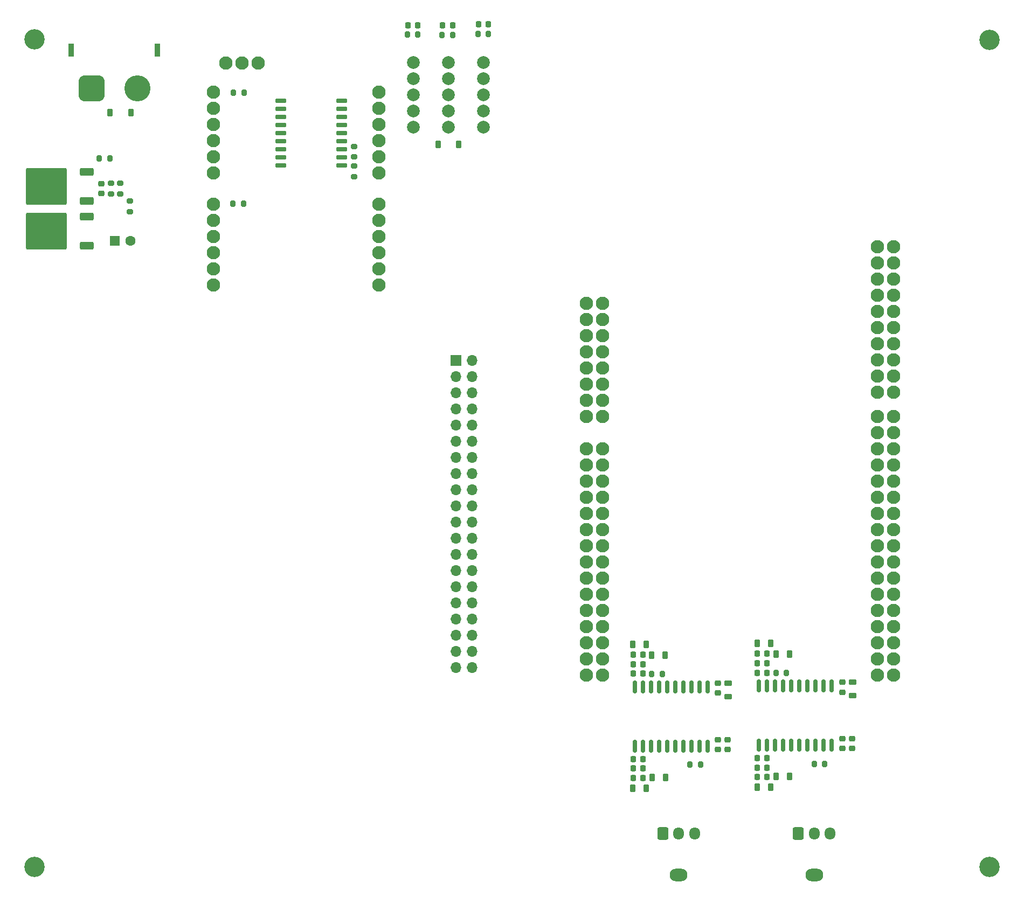
<source format=gbr>
%TF.GenerationSoftware,KiCad,Pcbnew,7.0.11*%
%TF.CreationDate,2025-03-20T11:18:49+09:00*%
%TF.ProjectId,RDC_Humanoid_Logic,5244435f-4875-46d6-916e-6f69645f4c6f,rev?*%
%TF.SameCoordinates,Original*%
%TF.FileFunction,Soldermask,Top*%
%TF.FilePolarity,Negative*%
%FSLAX46Y46*%
G04 Gerber Fmt 4.6, Leading zero omitted, Abs format (unit mm)*
G04 Created by KiCad (PCBNEW 7.0.11) date 2025-03-20 11:18:49*
%MOMM*%
%LPD*%
G01*
G04 APERTURE LIST*
G04 Aperture macros list*
%AMRoundRect*
0 Rectangle with rounded corners*
0 $1 Rounding radius*
0 $2 $3 $4 $5 $6 $7 $8 $9 X,Y pos of 4 corners*
0 Add a 4 corners polygon primitive as box body*
4,1,4,$2,$3,$4,$5,$6,$7,$8,$9,$2,$3,0*
0 Add four circle primitives for the rounded corners*
1,1,$1+$1,$2,$3*
1,1,$1+$1,$4,$5*
1,1,$1+$1,$6,$7*
1,1,$1+$1,$8,$9*
0 Add four rect primitives between the rounded corners*
20,1,$1+$1,$2,$3,$4,$5,0*
20,1,$1+$1,$4,$5,$6,$7,0*
20,1,$1+$1,$6,$7,$8,$9,0*
20,1,$1+$1,$8,$9,$2,$3,0*%
G04 Aperture macros list end*
%ADD10C,2.100000*%
%ADD11RoundRect,0.200000X-0.275000X0.200000X-0.275000X-0.200000X0.275000X-0.200000X0.275000X0.200000X0*%
%ADD12RoundRect,0.225000X-0.250000X0.225000X-0.250000X-0.225000X0.250000X-0.225000X0.250000X0.225000X0*%
%ADD13O,2.800000X2.000000*%
%ADD14RoundRect,0.250000X-0.600000X-0.725000X0.600000X-0.725000X0.600000X0.725000X-0.600000X0.725000X0*%
%ADD15O,1.700000X1.950000*%
%ADD16RoundRect,0.225000X0.225000X0.250000X-0.225000X0.250000X-0.225000X-0.250000X0.225000X-0.250000X0*%
%ADD17C,2.000000*%
%ADD18RoundRect,0.200000X0.200000X0.275000X-0.200000X0.275000X-0.200000X-0.275000X0.200000X-0.275000X0*%
%ADD19RoundRect,0.218750X-0.218750X-0.256250X0.218750X-0.256250X0.218750X0.256250X-0.218750X0.256250X0*%
%ADD20RoundRect,0.225000X-0.225000X-0.375000X0.225000X-0.375000X0.225000X0.375000X-0.225000X0.375000X0*%
%ADD21RoundRect,0.225000X0.250000X-0.225000X0.250000X0.225000X-0.250000X0.225000X-0.250000X-0.225000X0*%
%ADD22R,1.700000X1.700000*%
%ADD23O,1.700000X1.700000*%
%ADD24RoundRect,0.250000X0.850000X0.350000X-0.850000X0.350000X-0.850000X-0.350000X0.850000X-0.350000X0*%
%ADD25RoundRect,0.249997X2.950003X2.650003X-2.950003X2.650003X-2.950003X-2.650003X2.950003X-2.650003X0*%
%ADD26RoundRect,0.218750X0.381250X-0.218750X0.381250X0.218750X-0.381250X0.218750X-0.381250X-0.218750X0*%
%ADD27RoundRect,0.218750X0.218750X0.381250X-0.218750X0.381250X-0.218750X-0.381250X0.218750X-0.381250X0*%
%ADD28RoundRect,0.150000X-0.150000X0.875000X-0.150000X-0.875000X0.150000X-0.875000X0.150000X0.875000X0*%
%ADD29C,3.200000*%
%ADD30RoundRect,0.200000X-0.200000X-0.275000X0.200000X-0.275000X0.200000X0.275000X-0.200000X0.275000X0*%
%ADD31RoundRect,0.200000X0.275000X-0.200000X0.275000X0.200000X-0.275000X0.200000X-0.275000X-0.200000X0*%
%ADD32RoundRect,0.218750X-0.218750X-0.381250X0.218750X-0.381250X0.218750X0.381250X-0.218750X0.381250X0*%
%ADD33RoundRect,0.150000X0.725000X0.150000X-0.725000X0.150000X-0.725000X-0.150000X0.725000X-0.150000X0*%
%ADD34R,1.600000X1.600000*%
%ADD35C,1.600000*%
%ADD36R,0.900000X2.000000*%
%ADD37RoundRect,1.025000X-1.025000X-1.025000X1.025000X-1.025000X1.025000X1.025000X-1.025000X1.025000X0*%
%ADD38C,4.100000*%
%ADD39RoundRect,0.225000X0.225000X0.375000X-0.225000X0.375000X-0.225000X-0.375000X0.225000X-0.375000X0*%
G04 APERTURE END LIST*
D10*
%TO.C,U3*%
X157740000Y-69220000D03*
X160280000Y-69220000D03*
X157740000Y-71760000D03*
X160280000Y-71760000D03*
X157740000Y-74300000D03*
X160280000Y-74300000D03*
X157740000Y-76840000D03*
X160280000Y-76840000D03*
X157740000Y-79380000D03*
X160280000Y-79380000D03*
X157740000Y-81920000D03*
X160280000Y-81920000D03*
X157740000Y-84460000D03*
X160280000Y-84460000D03*
X157740000Y-87000000D03*
X160280000Y-87000000D03*
X157740000Y-92080000D03*
X160280000Y-92080000D03*
X157740000Y-94620000D03*
X160280000Y-94620000D03*
X157740000Y-97160000D03*
X160280000Y-97160000D03*
X157740000Y-99700000D03*
X160280000Y-99700000D03*
X157740000Y-102240000D03*
X160280000Y-102240000D03*
X157740000Y-104780000D03*
X160280000Y-104780000D03*
X157740000Y-107320000D03*
X160280000Y-107320000D03*
X157740000Y-109860000D03*
X160280000Y-109860000D03*
X157740000Y-112400000D03*
X160280000Y-112400000D03*
X157740000Y-114940000D03*
X160280000Y-114940000D03*
X157740000Y-117480000D03*
X160280000Y-117480000D03*
X157740000Y-120020000D03*
X160280000Y-120020000D03*
X157740000Y-122560000D03*
X160280000Y-122560000D03*
X157740000Y-125100000D03*
X160280000Y-125100000D03*
X157740000Y-127640000D03*
X160280000Y-127640000D03*
X203460000Y-60330000D03*
X206000000Y-60330000D03*
X203460000Y-62870000D03*
X206000000Y-62870000D03*
X203460000Y-65410000D03*
X206000000Y-65410000D03*
X203460000Y-67950000D03*
X206000000Y-67950000D03*
X203460000Y-70490000D03*
X206000000Y-70490000D03*
X203460000Y-73030000D03*
X206000000Y-73030000D03*
X203460000Y-75570000D03*
X206000000Y-75570000D03*
X203460000Y-78110000D03*
X206000000Y-78110000D03*
X203460000Y-80650000D03*
X206000000Y-80650000D03*
X203460000Y-83190000D03*
X206000000Y-83190000D03*
X203460000Y-87000000D03*
X206000000Y-87000000D03*
X203460000Y-89540000D03*
X206000000Y-89540000D03*
X203460000Y-92080000D03*
X206000000Y-92080000D03*
X203460000Y-94620000D03*
X206000000Y-94620000D03*
X203460000Y-97160000D03*
X206000000Y-97160000D03*
X203460000Y-99700000D03*
X206000000Y-99700000D03*
X203460000Y-102240000D03*
X206000000Y-102240000D03*
X203460000Y-104780000D03*
X206000000Y-104780000D03*
X203460000Y-107320000D03*
X206000000Y-107320000D03*
X203460000Y-109860000D03*
X206000000Y-109860000D03*
X203460000Y-112400000D03*
X206000000Y-112400000D03*
X203460000Y-114940000D03*
X206000000Y-114940000D03*
X203460000Y-117480000D03*
X206000000Y-117480000D03*
X203460000Y-120020000D03*
X206000000Y-120020000D03*
X203460000Y-122560000D03*
X206000000Y-122560000D03*
X203460000Y-125100000D03*
X206000000Y-125100000D03*
X203460000Y-127640000D03*
X206000000Y-127640000D03*
%TD*%
D11*
%TO.C,R15*%
X83000000Y-50375000D03*
X83000000Y-52025000D03*
%TD*%
D12*
%TO.C,C15*%
X197900000Y-128800000D03*
X197900000Y-130350000D03*
%TD*%
D13*
%TO.C,J3*%
X193500000Y-159100000D03*
D14*
X191000000Y-152600000D03*
D15*
X193500000Y-152600000D03*
X196000000Y-152600000D03*
%TD*%
D16*
%TO.C,C5*%
X166575000Y-127450000D03*
X165025000Y-127450000D03*
%TD*%
D10*
%TO.C,for_PG1*%
X101060000Y-31500000D03*
X103600000Y-31500000D03*
X106140000Y-31500000D03*
%TD*%
D16*
%TO.C,C4*%
X166575000Y-125950000D03*
X165025000Y-125950000D03*
%TD*%
D17*
%TO.C,SW1*%
X130525000Y-41555000D03*
X130525000Y-31395000D03*
X130525000Y-39015000D03*
X130525000Y-36475000D03*
X130525000Y-33935000D03*
%TD*%
D18*
%TO.C,R3*%
X169621200Y-127457200D03*
X167971200Y-127457200D03*
%TD*%
D19*
%TO.C,D4*%
X135100000Y-25557500D03*
X136675000Y-25557500D03*
%TD*%
%TO.C,D2*%
X129637500Y-25531250D03*
X131212500Y-25531250D03*
%TD*%
D18*
%TO.C,R14*%
X103825000Y-53600000D03*
X102175000Y-53600000D03*
%TD*%
D20*
%TO.C,D5*%
X134375000Y-44275000D03*
X137675000Y-44275000D03*
%TD*%
D17*
%TO.C,SW3*%
X141525000Y-41595000D03*
X141525000Y-31435000D03*
X141525000Y-39055000D03*
X141525000Y-36515000D03*
X141525000Y-33975000D03*
%TD*%
D16*
%TO.C,C12*%
X186075000Y-124300000D03*
X184525000Y-124300000D03*
%TD*%
D21*
%TO.C,C7*%
X178400000Y-139350000D03*
X178400000Y-137800000D03*
%TD*%
D12*
%TO.C,C6*%
X178400000Y-128950000D03*
X178400000Y-130500000D03*
%TD*%
D21*
%TO.C,C16*%
X197900000Y-139200000D03*
X197900000Y-137650000D03*
%TD*%
D22*
%TO.C,J4*%
X137237500Y-78205000D03*
D23*
X139777500Y-78205000D03*
X137237500Y-80745000D03*
X139777500Y-80745000D03*
X137237500Y-83285000D03*
X139777500Y-83285000D03*
X137237500Y-85825000D03*
X139777500Y-85825000D03*
X137237500Y-88365000D03*
X139777500Y-88365000D03*
X137237500Y-90905000D03*
X139777500Y-90905000D03*
X137237500Y-93445000D03*
X139777500Y-93445000D03*
X137237500Y-95985000D03*
X139777500Y-95985000D03*
X137237500Y-98525000D03*
X139777500Y-98525000D03*
X137237500Y-101065000D03*
X139777500Y-101065000D03*
X137237500Y-103605000D03*
X139777500Y-103605000D03*
X137237500Y-106145000D03*
X139777500Y-106145000D03*
X137237500Y-108685000D03*
X139777500Y-108685000D03*
X137237500Y-111225000D03*
X139777500Y-111225000D03*
X137237500Y-113765000D03*
X139777500Y-113765000D03*
X137237500Y-116305000D03*
X139777500Y-116305000D03*
X137237500Y-118845000D03*
X139777500Y-118845000D03*
X137237500Y-121385000D03*
X139777500Y-121385000D03*
X137237500Y-123925000D03*
X139777500Y-123925000D03*
X137237500Y-126465000D03*
X139777500Y-126465000D03*
%TD*%
D19*
%TO.C,D3*%
X140732500Y-25400000D03*
X142307500Y-25400000D03*
%TD*%
D24*
%TO.C,Q2*%
X79200000Y-60180000D03*
D25*
X72900000Y-57900000D03*
D24*
X79200000Y-55620000D03*
%TD*%
D26*
%TO.C,FB3*%
X180000000Y-131050000D03*
X180000000Y-128925000D03*
%TD*%
D13*
%TO.C,J2*%
X172200000Y-159100000D03*
D14*
X169700000Y-152600000D03*
D15*
X172200000Y-152600000D03*
X174700000Y-152600000D03*
%TD*%
D12*
%TO.C,C2*%
X81500000Y-50425000D03*
X81500000Y-51975000D03*
%TD*%
D27*
%TO.C,FB7*%
X189625000Y-124400000D03*
X187500000Y-124400000D03*
%TD*%
D26*
%TO.C,FB8*%
X199500000Y-130900000D03*
X199500000Y-128775000D03*
%TD*%
D11*
%TO.C,R7*%
X121200000Y-47675000D03*
X121200000Y-49325000D03*
%TD*%
D18*
%TO.C,R4*%
X175625000Y-141750000D03*
X173975000Y-141750000D03*
%TD*%
D28*
%TO.C,U1*%
X176715000Y-129500000D03*
X175445000Y-129500000D03*
X174175000Y-129500000D03*
X172905000Y-129500000D03*
X171635000Y-129500000D03*
X170365000Y-129500000D03*
X169095000Y-129500000D03*
X167825000Y-129500000D03*
X166555000Y-129500000D03*
X165285000Y-129500000D03*
X165285000Y-138800000D03*
X166555000Y-138800000D03*
X167825000Y-138800000D03*
X169095000Y-138800000D03*
X170365000Y-138800000D03*
X171635000Y-138800000D03*
X172905000Y-138800000D03*
X174175000Y-138800000D03*
X175445000Y-138800000D03*
X176715000Y-138800000D03*
%TD*%
D10*
%TO.C,to_STM1*%
X99120000Y-36050000D03*
X99120000Y-38590000D03*
X99120000Y-41130000D03*
X99120000Y-43670000D03*
X99120000Y-46210000D03*
X99120000Y-48750000D03*
X125080000Y-48750000D03*
X125080000Y-46210000D03*
X125080000Y-43670000D03*
X125080000Y-41130000D03*
X125080000Y-38590000D03*
X125080000Y-36050000D03*
%TD*%
D21*
%TO.C,C18*%
X199400000Y-139200000D03*
X199400000Y-137650000D03*
%TD*%
D29*
%TO.C,H1*%
X71042500Y-27760000D03*
%TD*%
D30*
%TO.C,R10*%
X140675000Y-26900000D03*
X142325000Y-26900000D03*
%TD*%
D10*
%TO.C,to_RPI1*%
X99120000Y-53650000D03*
X99120000Y-56190000D03*
X99120000Y-58730000D03*
X99120000Y-61270000D03*
X99120000Y-63810000D03*
X99120000Y-66350000D03*
X125080000Y-66350000D03*
X125080000Y-63810000D03*
X125080000Y-61270000D03*
X125080000Y-58730000D03*
X125080000Y-56190000D03*
X125080000Y-53650000D03*
%TD*%
D16*
%TO.C,C20*%
X186075000Y-143700000D03*
X184525000Y-143700000D03*
%TD*%
D31*
%TO.C,R12*%
X86000000Y-54825000D03*
X86000000Y-53175000D03*
%TD*%
D16*
%TO.C,C10*%
X166575000Y-142350000D03*
X165025000Y-142350000D03*
%TD*%
D30*
%TO.C,R1*%
X81175000Y-46500000D03*
X82825000Y-46500000D03*
%TD*%
D32*
%TO.C,FB5*%
X165000000Y-145450000D03*
X167125000Y-145450000D03*
%TD*%
D16*
%TO.C,C14*%
X186075000Y-127300000D03*
X184525000Y-127300000D03*
%TD*%
D27*
%TO.C,FB6*%
X186625000Y-122700000D03*
X184500000Y-122700000D03*
%TD*%
D32*
%TO.C,FB10*%
X184500000Y-145300000D03*
X186625000Y-145300000D03*
%TD*%
%TO.C,FB4*%
X168000000Y-143750000D03*
X170125000Y-143750000D03*
%TD*%
D24*
%TO.C,Q1*%
X79200000Y-53180000D03*
D25*
X72900000Y-50900000D03*
D24*
X79200000Y-48620000D03*
%TD*%
D21*
%TO.C,C9*%
X179900000Y-139350000D03*
X179900000Y-137800000D03*
%TD*%
D16*
%TO.C,C17*%
X186075000Y-140700000D03*
X184525000Y-140700000D03*
%TD*%
%TO.C,C8*%
X166575000Y-140850000D03*
X165025000Y-140850000D03*
%TD*%
D33*
%TO.C,U4*%
X119250000Y-47580000D03*
X119250000Y-46310000D03*
X119250000Y-45040000D03*
X119250000Y-43770000D03*
X119250000Y-42500000D03*
X119250000Y-41230000D03*
X119250000Y-39960000D03*
X119250000Y-38690000D03*
X119250000Y-37420000D03*
X109700000Y-37420000D03*
X109700000Y-38690000D03*
X109700000Y-39960000D03*
X109700000Y-41230000D03*
X109700000Y-42500000D03*
X109700000Y-43770000D03*
X109700000Y-45040000D03*
X109700000Y-46310000D03*
X109700000Y-47580000D03*
%TD*%
D18*
%TO.C,R5*%
X189115200Y-127330200D03*
X187465200Y-127330200D03*
%TD*%
D17*
%TO.C,SW2*%
X136025000Y-41555000D03*
X136025000Y-31395000D03*
X136025000Y-39015000D03*
X136025000Y-36475000D03*
X136025000Y-33935000D03*
%TD*%
D16*
%TO.C,C13*%
X186075000Y-125800000D03*
X184525000Y-125800000D03*
%TD*%
D29*
%TO.C,H4*%
X221012500Y-157830000D03*
%TD*%
%TO.C,H2*%
X221012500Y-27830000D03*
%TD*%
%TO.C,H3*%
X71012500Y-157830000D03*
%TD*%
D16*
%TO.C,C11*%
X166575000Y-143850000D03*
X165025000Y-143850000D03*
%TD*%
D34*
%TO.C,C1*%
X83606000Y-59436000D03*
D35*
X86106000Y-59436000D03*
%TD*%
D31*
%TO.C,R2*%
X84500000Y-52025000D03*
X84500000Y-50375000D03*
%TD*%
D18*
%TO.C,R13*%
X103925000Y-36100000D03*
X102275000Y-36100000D03*
%TD*%
D16*
%TO.C,C19*%
X186075000Y-142200000D03*
X184525000Y-142200000D03*
%TD*%
D28*
%TO.C,U2*%
X196215000Y-129350000D03*
X194945000Y-129350000D03*
X193675000Y-129350000D03*
X192405000Y-129350000D03*
X191135000Y-129350000D03*
X189865000Y-129350000D03*
X188595000Y-129350000D03*
X187325000Y-129350000D03*
X186055000Y-129350000D03*
X184785000Y-129350000D03*
X184785000Y-138650000D03*
X186055000Y-138650000D03*
X187325000Y-138650000D03*
X188595000Y-138650000D03*
X189865000Y-138650000D03*
X191135000Y-138650000D03*
X192405000Y-138650000D03*
X193675000Y-138650000D03*
X194945000Y-138650000D03*
X196215000Y-138650000D03*
%TD*%
D16*
%TO.C,C3*%
X166575000Y-124450000D03*
X165025000Y-124450000D03*
%TD*%
D27*
%TO.C,FB1*%
X167125000Y-122850000D03*
X165000000Y-122850000D03*
%TD*%
D31*
%TO.C,R8*%
X121200000Y-46225000D03*
X121200000Y-44575000D03*
%TD*%
D30*
%TO.C,R11*%
X135042500Y-27057500D03*
X136692500Y-27057500D03*
%TD*%
D27*
%TO.C,FB2*%
X170100000Y-124550000D03*
X167975000Y-124550000D03*
%TD*%
D32*
%TO.C,FB9*%
X187500000Y-143600000D03*
X189625000Y-143600000D03*
%TD*%
D36*
%TO.C,J1*%
X76797000Y-29464000D03*
X90297000Y-29464000D03*
D37*
X79947000Y-35464000D03*
D38*
X87147000Y-35464000D03*
%TD*%
D18*
%TO.C,R6*%
X195125000Y-141600000D03*
X193475000Y-141600000D03*
%TD*%
D30*
%TO.C,R9*%
X129580000Y-27031250D03*
X131230000Y-27031250D03*
%TD*%
D39*
%TO.C,D1*%
X86180200Y-39243000D03*
X82880200Y-39243000D03*
%TD*%
M02*

</source>
